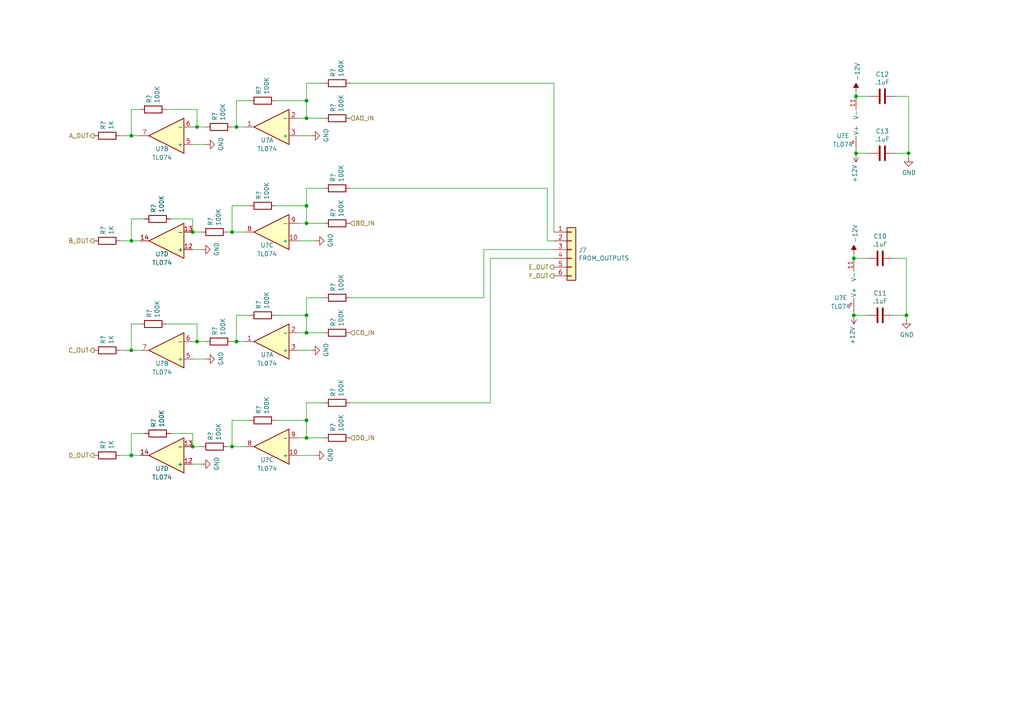
<source format=kicad_sch>
(kicad_sch (version 20230121) (generator eeschema)
  (paper "A4")
  (lib_symbols
    (symbol "Amplifier_Operational:TL074" (pin_names (offset 0.127))
      (property "Reference" "U" (at 0 5.08 0))
      (property "Value" "TL074" (at 0 -5.08 0))
      (symbol "TL074_1_1"
        (polyline (pts (xy -5.08 5.08) (xy 5.08 0) (xy -5.08 -5.08) (xy -5.08 5.08)) (stroke (width 0.254)) (fill (type background)))
        (pin output line (at 7.62 0 180) (length 2.54) (name "~") (number "1"))
        (pin input line (at -7.62 -2.54 0) (length 2.54) (name "-") (number "2"))
        (pin input line (at -7.62 2.54 0) (length 2.54) (name "+") (number "3"))
      )
      (symbol "TL074_2_1"
        (polyline (pts (xy -5.08 5.08) (xy 5.08 0) (xy -5.08 -5.08) (xy -5.08 5.08)) (stroke (width 0.254)) (fill (type background)))
        (pin input line (at -7.62 2.54 0) (length 2.54) (name "+") (number "5"))
        (pin input line (at -7.62 -2.54 0) (length 2.54) (name "-") (number "6"))
        (pin output line (at 7.62 0 180) (length 2.54) (name "~") (number "7"))
      )
      (symbol "TL074_3_1"
        (polyline (pts (xy -5.08 5.08) (xy 5.08 0) (xy -5.08 -5.08) (xy -5.08 5.08)) (stroke (width 0.254)) (fill (type background)))
        (pin input line (at -7.62 2.54 0) (length 2.54) (name "+") (number "10"))
        (pin output line (at 7.62 0 180) (length 2.54) (name "~") (number "8"))
        (pin input line (at -7.62 -2.54 0) (length 2.54) (name "-") (number "9"))
      )
      (symbol "TL074_4_1"
        (polyline (pts (xy -5.08 5.08) (xy 5.08 0) (xy -5.08 -5.08) (xy -5.08 5.08)) (stroke (width 0.254)) (fill (type background)))
        (pin input line (at -7.62 2.54 0) (length 2.54) (name "+") (number "12"))
        (pin input line (at -7.62 -2.54 0) (length 2.54) (name "-") (number "13"))
        (pin output line (at 7.62 0 180) (length 2.54) (name "~") (number "14"))
      )
      (symbol "TL074_5_1"
        (pin power_in line (at -2.54 -7.62 90) (length 3.81) (name "V-") (number "11"))
        (pin power_in line (at -2.54 7.62 270) (length 3.81) (name "V+") (number "4"))
      )
    )
    (symbol "Connector_Generic:Conn_01x06" (pin_names (offset 1.016) hide)
      (property "Reference" "J" (at 0 7.62 0))
      (property "Value" "Conn_01x06" (at 0 -10.16 0))
      (symbol "Conn_01x06_1_1"
        (rectangle (start -1.27 -7.493) (end 0 -7.747) (stroke (width 0.1524)))
        (rectangle (start -1.27 -4.953) (end 0 -5.207) (stroke (width 0.1524)))
        (rectangle (start -1.27 -2.413) (end 0 -2.667) (stroke (width 0.1524)))
        (rectangle (start -1.27 0.127) (end 0 -0.127) (stroke (width 0.1524)))
        (rectangle (start -1.27 2.667) (end 0 2.413) (stroke (width 0.1524)))
        (rectangle (start -1.27 5.207) (end 0 4.953) (stroke (width 0.1524)))
        (rectangle (start -1.27 6.35) (end 1.27 -8.89) (stroke (width 0.254)) (fill (type background)))
        (pin passive line (at -5.08 5.08 0) (length 3.81) (name "Pin_1") (number "1"))
        (pin passive line (at -5.08 2.54 0) (length 3.81) (name "Pin_2") (number "2"))
        (pin passive line (at -5.08 0 0) (length 3.81) (name "Pin_3") (number "3"))
        (pin passive line (at -5.08 -2.54 0) (length 3.81) (name "Pin_4") (number "4"))
        (pin passive line (at -5.08 -5.08 0) (length 3.81) (name "Pin_5") (number "5"))
        (pin passive line (at -5.08 -7.62 0) (length 3.81) (name "Pin_6") (number "6"))
      )
    )
    (symbol "Device:C" (pin_numbers hide) (pin_names (offset 0.254))
      (property "Reference" "C" (at 0.635 2.54 0))
      (property "Value" "C" (at 0.635 -2.54 0))
      (symbol "C_0_1"
        (polyline (pts (xy -2.032 -0.762) (xy 2.032 -0.762)) (stroke (width 0.508)))
        (polyline (pts (xy -2.032 0.762) (xy 2.032 0.762)) (stroke (width 0.508)))
      )
      (symbol "C_1_1"
        (pin passive line (at 0 3.81 270) (length 2.794) (name "~") (number "1"))
        (pin passive line (at 0 -3.81 90) (length 2.794) (name "~") (number "2"))
      )
    )
    (symbol "Device:R" (pin_numbers hide) (pin_names (offset 0))
      (property "Reference" "R" (at 2.032 0 90))
      (property "Value" "R" (at 0 0 90))
      (symbol "R_0_1"
        (rectangle (start -1.016 -2.54) (end 1.016 2.54) (stroke (width 0.254)))
      )
      (symbol "R_1_1"
        (pin passive line (at 0 3.81 270) (length 1.27) (name "~") (number "1"))
        (pin passive line (at 0 -3.81 90) (length 1.27) (name "~") (number "2"))
      )
    )
    (symbol "power:+12V" (power) (pin_names (offset 0))
      (property "Value" "+12V" (at 0 3.556 0))
      (symbol "+12V_0_1"
        (polyline (pts (xy -0.762 1.27) (xy 0 2.54)))
        (polyline (pts (xy 0 0) (xy 0 2.54)))
        (polyline (pts (xy 0 2.54) (xy 0.762 1.27)))
      )
      (symbol "+12V_1_1"
        (pin power_in line (at 0 0 90) (length 0) hide (name "+12V") (number "1"))
      )
    )
    (symbol "power:-12V" (power) (pin_names (offset 0))
      (property "Value" "-12V" (at 0 3.81 0))
      (symbol "-12V_0_0"
        (pin power_in line (at 0 0 90) (length 0) hide (name "-12V") (number "1"))
      )
      (symbol "-12V_0_1"
        (polyline (pts (xy 0 0) (xy 0 1.27) (xy 0.762 1.27) (xy 0 2.54) (xy -0.762 1.27) (xy 0 1.27)) (fill (type outline)))
      )
    )
    (symbol "power:GND" (power) (pin_names (offset 0))
      (property "Value" "GND" (at 0 -3.81 0))
      (symbol "GND_0_1"
        (polyline (pts (xy 0 0) (xy 0 -1.27) (xy 1.27 -1.27) (xy 0 -2.54) (xy -1.27 -1.27) (xy 0 -1.27)))
      )
      (symbol "GND_1_1"
        (pin power_in line (at 0 0 270) (length 0) hide (name "GND") (number "1"))
      )
    )
  )
  (junction (at 88.9 29.21))
  (junction (at 88.9 121.92))
  (junction (at 55.88 67.31))
  (junction (at 68.58 36.83))
  (junction (at 88.9 64.77))
  (junction (at 57.15 36.83))
  (junction (at 68.58 99.06))
  (junction (at 55.88 129.54))
  (junction (at 88.9 34.29))
  (junction (at 38.1 101.6))
  (junction (at 248.285 44.45))
  (junction (at 263.525 44.45))
  (junction (at 262.89 91.44))
  (junction (at 247.65 91.44))
  (junction (at 248.285 27.94))
  (junction (at 88.9 59.69))
  (junction (at 88.9 91.44))
  (junction (at 38.1 132.08))
  (junction (at 67.31 129.54))
  (junction (at 88.9 127))
  (junction (at 38.1 39.37))
  (junction (at 88.9 96.52))
  (junction (at 57.15 99.06))
  (junction (at 247.65 74.93))
  (junction (at 67.31 67.31))
  (junction (at 38.1 69.85))
  (wire (pts (xy 57.15 99.06) (xy 59.69 99.06)))
  (wire (pts (xy 247.65 73.66) (xy 247.65 74.93)))
  (wire (pts (xy 158.75 54.61) (xy 158.75 69.85)))
  (wire (pts (xy 55.88 36.83) (xy 57.15 36.83)))
  (wire (pts (xy 72.39 29.21) (xy 68.58 29.21)))
  (wire (pts (xy 71.12 99.06) (xy 68.58 99.06)))
  (wire (pts (xy 88.9 127) (xy 86.36 127)))
  (wire (pts (xy 88.9 54.61) (xy 88.9 59.69)))
  (wire (pts (xy 86.36 101.6) (xy 90.17 101.6)))
  (wire (pts (xy 72.39 121.92) (xy 67.31 121.92)))
  (wire (pts (xy 88.9 121.92) (xy 88.9 127)))
  (wire (pts (xy 34.925 69.85) (xy 38.1 69.85)))
  (wire (pts (xy 86.36 132.08) (xy 91.44 132.08)))
  (wire (pts (xy 58.42 67.31) (xy 55.88 67.31)))
  (wire (pts (xy 88.9 34.29) (xy 88.9 29.21)))
  (wire (pts (xy 49.53 63.5) (xy 55.88 63.5)))
  (wire (pts (xy 88.9 86.36) (xy 93.98 86.36)))
  (wire (pts (xy 55.88 63.5) (xy 55.88 67.31)))
  (wire (pts (xy 252.095 27.94) (xy 248.285 27.94)))
  (wire (pts (xy 68.58 36.83) (xy 67.31 36.83)))
  (wire (pts (xy 88.9 116.84) (xy 88.9 121.92)))
  (wire (pts (xy 88.9 96.52) (xy 86.36 96.52)))
  (wire (pts (xy 58.42 129.54) (xy 55.88 129.54)))
  (wire (pts (xy 140.335 72.39) (xy 160.655 72.39)))
  (wire (pts (xy 67.31 59.69) (xy 67.31 67.31)))
  (wire (pts (xy 88.9 29.21) (xy 88.9 24.13)))
  (wire (pts (xy 248.285 43.18) (xy 248.285 44.45)))
  (wire (pts (xy 251.46 74.93) (xy 247.65 74.93)))
  (wire (pts (xy 38.1 125.73) (xy 38.1 132.08)))
  (wire (pts (xy 40.64 93.98) (xy 38.1 93.98)))
  (wire (pts (xy 55.88 104.14) (xy 59.69 104.14)))
  (wire (pts (xy 259.08 91.44) (xy 262.89 91.44)))
  (wire (pts (xy 38.1 101.6) (xy 40.64 101.6)))
  (wire (pts (xy 263.525 27.94) (xy 263.525 44.45)))
  (wire (pts (xy 142.24 74.93) (xy 160.655 74.93)))
  (wire (pts (xy 88.9 91.44) (xy 88.9 86.36)))
  (wire (pts (xy 66.04 67.31) (xy 67.31 67.31)))
  (wire (pts (xy 55.88 99.06) (xy 57.15 99.06)))
  (wire (pts (xy 57.15 31.75) (xy 48.26 31.75)))
  (wire (pts (xy 88.9 91.44) (xy 80.01 91.44)))
  (wire (pts (xy 72.39 59.69) (xy 67.31 59.69)))
  (wire (pts (xy 140.335 86.36) (xy 140.335 72.39)))
  (wire (pts (xy 68.58 99.06) (xy 67.31 99.06)))
  (wire (pts (xy 86.36 69.85) (xy 91.44 69.85)))
  (wire (pts (xy 38.1 63.5) (xy 38.1 69.85)))
  (wire (pts (xy 38.1 39.37) (xy 40.64 39.37)))
  (wire (pts (xy 68.58 91.44) (xy 68.58 99.06)))
  (wire (pts (xy 247.65 90.17) (xy 247.65 91.44)))
  (wire (pts (xy 251.46 91.44) (xy 247.65 91.44)))
  (wire (pts (xy 88.9 64.77) (xy 86.36 64.77)))
  (wire (pts (xy 101.6 24.13) (xy 160.655 24.13)))
  (wire (pts (xy 72.39 91.44) (xy 68.58 91.44)))
  (wire (pts (xy 38.1 93.98) (xy 38.1 101.6)))
  (wire (pts (xy 88.9 116.84) (xy 93.98 116.84)))
  (wire (pts (xy 101.6 116.84) (xy 142.24 116.84)))
  (wire (pts (xy 88.9 34.29) (xy 86.36 34.29)))
  (wire (pts (xy 57.15 93.98) (xy 48.26 93.98)))
  (wire (pts (xy 101.6 54.61) (xy 158.75 54.61)))
  (wire (pts (xy 252.095 44.45) (xy 248.285 44.45)))
  (wire (pts (xy 49.53 125.73) (xy 55.88 125.73)))
  (wire (pts (xy 66.04 129.54) (xy 67.31 129.54)))
  (wire (pts (xy 40.64 69.85) (xy 38.1 69.85)))
  (wire (pts (xy 88.9 34.29) (xy 93.98 34.29)))
  (wire (pts (xy 40.64 31.75) (xy 38.1 31.75)))
  (wire (pts (xy 101.6 86.36) (xy 140.335 86.36)))
  (wire (pts (xy 55.88 72.39) (xy 58.42 72.39)))
  (wire (pts (xy 88.9 96.52) (xy 93.98 96.52)))
  (wire (pts (xy 38.1 31.75) (xy 38.1 39.37)))
  (wire (pts (xy 67.31 121.92) (xy 67.31 129.54)))
  (wire (pts (xy 80.01 59.69) (xy 88.9 59.69)))
  (wire (pts (xy 67.31 129.54) (xy 71.12 129.54)))
  (wire (pts (xy 263.525 44.45) (xy 263.525 45.72)))
  (wire (pts (xy 160.655 24.13) (xy 160.655 67.31)))
  (wire (pts (xy 34.925 101.6) (xy 38.1 101.6)))
  (wire (pts (xy 41.91 63.5) (xy 38.1 63.5)))
  (wire (pts (xy 142.24 116.84) (xy 142.24 74.93)))
  (wire (pts (xy 57.15 36.83) (xy 57.15 31.75)))
  (wire (pts (xy 55.88 125.73) (xy 55.88 129.54)))
  (wire (pts (xy 88.9 127) (xy 93.98 127)))
  (wire (pts (xy 40.64 132.08) (xy 38.1 132.08)))
  (wire (pts (xy 67.31 67.31) (xy 71.12 67.31)))
  (wire (pts (xy 248.285 26.67) (xy 248.285 27.94)))
  (wire (pts (xy 88.9 64.77) (xy 93.98 64.77)))
  (wire (pts (xy 68.58 29.21) (xy 68.58 36.83)))
  (wire (pts (xy 34.925 132.08) (xy 38.1 132.08)))
  (wire (pts (xy 262.89 74.93) (xy 262.89 91.44)))
  (wire (pts (xy 259.715 27.94) (xy 263.525 27.94)))
  (wire (pts (xy 88.9 24.13) (xy 93.98 24.13)))
  (wire (pts (xy 88.9 96.52) (xy 88.9 91.44)))
  (wire (pts (xy 80.01 121.92) (xy 88.9 121.92)))
  (wire (pts (xy 55.88 41.91) (xy 59.69 41.91)))
  (wire (pts (xy 57.15 36.83) (xy 59.69 36.83)))
  (wire (pts (xy 259.715 44.45) (xy 263.525 44.45)))
  (wire (pts (xy 158.75 69.85) (xy 160.655 69.85)))
  (wire (pts (xy 88.9 54.61) (xy 93.98 54.61)))
  (wire (pts (xy 71.12 36.83) (xy 68.58 36.83)))
  (wire (pts (xy 88.9 59.69) (xy 88.9 64.77)))
  (wire (pts (xy 262.89 91.44) (xy 262.89 92.71)))
  (wire (pts (xy 34.925 39.37) (xy 38.1 39.37)))
  (wire (pts (xy 88.9 29.21) (xy 80.01 29.21)))
  (wire (pts (xy 259.08 74.93) (xy 262.89 74.93)))
  (wire (pts (xy 41.91 125.73) (xy 38.1 125.73)))
  (wire (pts (xy 86.36 39.37) (xy 90.17 39.37)))
  (wire (pts (xy 57.15 99.06) (xy 57.15 93.98)))
  (wire (pts (xy 55.88 134.62) (xy 58.42 134.62)))
  (hierarchical_label "D_OUT" (shape output) (at 27.305 132.08 180))
  (hierarchical_label "F_OUT" (shape output) (at 160.655 80.01 180))
  (hierarchical_label "C_OUT" (shape output) (at 27.305 101.6 180))
  (hierarchical_label "A_OUT" (shape output) (at 27.305 39.37 180))
  (hierarchical_label "E_OUT" (shape output) (at 160.655 77.47 180))
  (hierarchical_label "BO_IN" (shape input) (at 101.6 64.77 0))
  (hierarchical_label "AO_IN" (shape input) (at 101.6 34.29 0))
  (hierarchical_label "CO_IN" (shape input) (at 101.6 96.52 0))
  (hierarchical_label "B_OUT" (shape output) (at 27.305 69.85 180))
  (hierarchical_label "DO_IN" (shape input) (at 101.6 127 0))
  (symbol (lib_id "Amplifier_Operational:TL074") (at 78.74 36.83 180) (unit 1)
    (property "Reference" "U?" (at 77.47 40.64 0))
    (property "Value" "TL074" (at 77.47 43.18 0))
    (property "Footprint" "Package_DIP:DIP-14_W7.62mm" (effects hide))
    (property "Datasheet" "http://www.ti.com/lit/ds/symlink/tl071.pdf" (effects hide))
    (instances (project "brain" (path "" (reference "U?") (unit 1)) (path "" (reference "U?") (unit 1)) (path "" (reference "U7") (unit 1))))
  )
  (symbol (lib_id "power:GND") (at 90.17 39.37 90) (unit 1)
    (property "Reference" "#PWR?" (effects hide))
    (property "Value" "GND" (at 94.5642 39.243 0))
    (instances (project "brain" (path "" (reference "#PWR?") (unit 1)) (path "" (reference "#PWR?") (unit 1)) (path "" (reference "#PWR049") (unit 1))))
  )
  (symbol (lib_id "Device:R") (at 76.2 29.21 90) (unit 1)
    (property "Reference" "R?" (at 75.0316 27.432 0) (effects (justify left)))
    (property "Value" "100K" (at 77.343 27.432 0) (effects (justify left)))
    (property "Footprint" "Resistor_THT:R_Axial_DIN0207_L6.3mm_D2.5mm_P7.62mm_Horizontal" (effects hide))
    (instances (project "brain" (path "" (reference "R?") (unit 1)) (path "" (reference "R?") (unit 1)) (path "" (reference "R28") (unit 1))))
  )
  (symbol (lib_id "Device:R") (at 63.5 36.83 90) (unit 1)
    (property "Reference" "R?" (at 62.3316 35.052 0) (effects (justify left)))
    (property "Value" "100K" (at 64.643 35.052 0) (effects (justify left)))
    (property "Footprint" "Resistor_THT:R_Axial_DIN0207_L6.3mm_D2.5mm_P7.62mm_Horizontal" (effects hide))
    (instances (project "brain" (path "" (reference "R?") (unit 1)) (path "" (reference "R?") (unit 1)) (path "" (reference "R26") (unit 1))))
  )
  (symbol (lib_id "Amplifier_Operational:TL074") (at 48.26 39.37 180) (unit 2)
    (property "Reference" "U?" (at 46.99 43.18 0))
    (property "Value" "TL074" (at 46.99 45.72 0))
    (property "Footprint" "Package_DIP:DIP-14_W7.62mm" (effects hide))
    (property "Datasheet" "http://www.ti.com/lit/ds/symlink/tl071.pdf" (effects hide))
    (instances (project "brain" (path "" (reference "U?") (unit 2)) (path "" (reference "U?") (unit 2)) (path "" (reference "U7") (unit 2))))
  )
  (symbol (lib_id "power:GND") (at 59.69 41.91 90) (unit 1)
    (property "Reference" "#PWR?" (effects hide))
    (property "Value" "GND" (at 64.0842 41.783 0))
    (instances (project "brain" (path "" (reference "#PWR?") (unit 1)) (path "" (reference "#PWR?") (unit 1)) (path "" (reference "#PWR047") (unit 1))))
  )
  (symbol (lib_id "Device:R") (at 44.45 31.75 90) (unit 1)
    (property "Reference" "R?" (at 43.2816 29.972 0) (effects (justify left)))
    (property "Value" "100K" (at 45.593 29.972 0) (effects (justify left)))
    (property "Footprint" "Resistor_THT:R_Axial_DIN0207_L6.3mm_D2.5mm_P7.62mm_Horizontal" (effects hide))
    (instances (project "brain" (path "" (reference "R?") (unit 1)) (path "" (reference "R?") (unit 1)) (path "" (reference "R20") (unit 1))))
  )
  (symbol (lib_id "Amplifier_Operational:TL074") (at 78.74 67.31 180) (unit 3)
    (property "Reference" "U?" (at 77.47 71.12 0))
    (property "Value" "TL074" (at 77.47 73.66 0))
    (property "Footprint" "Package_DIP:DIP-14_W7.62mm" (effects hide))
    (property "Datasheet" "http://www.ti.com/lit/ds/symlink/tl071.pdf" (effects hide))
    (instances (project "brain" (path "" (reference "U?") (unit 3)) (path "" (reference "U?") (unit 3)) (path "" (reference "U7") (unit 3))))
  )
  (symbol (lib_id "power:GND") (at 91.44 69.85 90) (unit 1)
    (property "Reference" "#PWR?" (effects hide))
    (property "Value" "GND" (at 95.8342 69.723 0))
    (instances (project "brain" (path "" (reference "#PWR?") (unit 1)) (path "" (reference "#PWR?") (unit 1)) (path "" (reference "#PWR051") (unit 1))))
  )
  (symbol (lib_id "Device:R") (at 76.2 59.69 90) (unit 1)
    (property "Reference" "R?" (at 75.0316 57.912 0) (effects (justify left)))
    (property "Value" "100K" (at 77.343 57.912 0) (effects (justify left)))
    (property "Footprint" "Resistor_THT:R_Axial_DIN0207_L6.3mm_D2.5mm_P7.62mm_Horizontal" (effects hide))
    (instances (project "brain" (path "" (reference "R?") (unit 1)) (path "" (reference "R?") (unit 1)) (path "" (reference "R29") (unit 1))))
  )
  (symbol (lib_id "Device:R") (at 62.23 67.31 90) (unit 1)
    (property "Reference" "R?" (at 61.0616 65.532 0) (effects (justify left)))
    (property "Value" "100K" (at 63.373 65.532 0) (effects (justify left)))
    (property "Footprint" "Resistor_THT:R_Axial_DIN0207_L6.3mm_D2.5mm_P7.62mm_Horizontal" (effects hide))
    (instances (project "brain" (path "" (reference "R?") (unit 1)) (path "" (reference "R?") (unit 1)) (path "" (reference "R24") (unit 1))))
  )
  (symbol (lib_id "Amplifier_Operational:TL074") (at 48.26 69.85 180) (unit 4)
    (property "Reference" "U?" (at 46.99 73.66 0))
    (property "Value" "TL074" (at 46.99 76.2 0))
    (property "Footprint" "Package_DIP:DIP-14_W7.62mm" (effects hide))
    (property "Datasheet" "http://www.ti.com/lit/ds/symlink/tl071.pdf" (effects hide))
    (instances (project "brain" (path "" (reference "U?") (unit 4)) (path "" (reference "U?") (unit 4)) (path "" (reference "U7") (unit 4))))
  )
  (symbol (lib_id "power:GND") (at 58.42 72.39 90) (unit 1)
    (property "Reference" "#PWR?" (effects hide))
    (property "Value" "GND" (at 62.8142 72.263 0))
    (instances (project "brain" (path "" (reference "#PWR?") (unit 1)) (path "" (reference "#PWR?") (unit 1)) (path "" (reference "#PWR045") (unit 1))))
  )
  (symbol (lib_id "Device:R") (at 45.72 63.5 90) (unit 1)
    (property "Reference" "R?" (at 44.5516 61.722 0) (effects (justify left)))
    (property "Value" "100K" (at 46.863 61.722 0) (effects (justify left)))
    (property "Footprint" "Resistor_THT:R_Axial_DIN0207_L6.3mm_D2.5mm_P7.62mm_Horizontal" (effects hide))
    (instances (project "brain" (path "" (reference "R?") (unit 1)) (path "" (reference "R?") (unit 1)) (path "" (reference "R22") (unit 1))))
  )
  (symbol (lib_id "Amplifier_Operational:TL074") (at 245.745 35.56 180) (unit 5)
    (property "Reference" "U?" (at 244.475 39.37 0))
    (property "Value" "TL074" (at 244.475 41.91 0))
    (property "Footprint" "Package_DIP:DIP-14_W7.62mm" (effects hide))
    (property "Datasheet" "http://www.ti.com/lit/ds/symlink/tl071.pdf" (effects hide))
    (instances (project "brain" (path "" (reference "U?") (unit 5)) (path "" (reference "U?") (unit 5)) (path "" (reference "U8") (unit 5))))
  )
  (symbol (lib_id "power:+12V") (at 248.285 44.45 180) (unit 1)
    (property "Reference" "#PWR?" (effects hide))
    (property "Value" "+12V" (at 247.904 47.7012 90) (effects (justify left)))
    (instances (project "brain" (path "" (reference "#PWR?") (unit 1)) (path "" (reference "#PWR?") (unit 1)) (path "" (reference "#PWR056") (unit 1))))
  )
  (symbol (lib_id "power:-12V") (at 248.285 26.67 0) (unit 1)
    (property "Reference" "#PWR?" (effects hide))
    (property "Value" "-12V" (at 248.666 23.4188 90) (effects (justify left)))
    (instances (project "brain" (path "" (reference "#PWR?") (unit 1)) (path "" (reference "#PWR?") (unit 1)) (path "" (reference "#PWR055") (unit 1))))
  )
  (symbol (lib_id "Device:C") (at 255.905 27.94 270) (unit 1)
    (property "Reference" "C12" (at 255.905 21.5392 90))
    (property "Value" ".1uF" (at 255.905 23.8506 90))
    (property "Footprint" "Capacitor_THT:C_Disc_D3.0mm_W1.6mm_P2.50mm" (effects hide))
    (instances (project "brain" (path "" (reference "C12") (unit 1)) (path "" (reference "C?") (unit 1))))
  )
  (symbol (lib_id "power:GND") (at 263.525 45.72 0) (unit 1)
    (property "Reference" "#PWR?" (effects hide))
    (property "Value" "GND" (at 263.652 50.1142 0))
    (instances (project "brain" (path "" (reference "#PWR?") (unit 1)) (path "" (reference "#PWR?") (unit 1)) (path "" (reference "#PWR058") (unit 1))))
  )
  (symbol (lib_id "Device:C") (at 255.905 44.45 270) (unit 1)
    (property "Reference" "C13" (at 255.905 38.0492 90))
    (property "Value" ".1uF" (at 255.905 40.3606 90))
    (property "Footprint" "Capacitor_THT:C_Disc_D3.0mm_W1.6mm_P2.50mm" (effects hide))
    (instances (project "brain" (path "" (reference "C13") (unit 1)) (path "" (reference "C?") (unit 1))))
  )
  (symbol (lib_id "Device:R") (at 97.79 24.13 90) (unit 1)
    (property "Reference" "R?" (at 96.6216 22.352 0) (effects (justify left)))
    (property "Value" "100K" (at 98.933 22.352 0) (effects (justify left)))
    (property "Footprint" "Resistor_THT:R_Axial_DIN0207_L6.3mm_D2.5mm_P7.62mm_Horizontal" (effects hide))
    (instances (project "brain" (path "" (reference "R?") (unit 1)) (path "" (reference "R?") (unit 1)) (path "" (reference "R32") (unit 1))))
  )
  (symbol (lib_id "Device:R") (at 97.79 34.29 90) (unit 1)
    (property "Reference" "R?" (at 96.6216 32.512 0) (effects (justify left)))
    (property "Value" "100K" (at 98.933 32.512 0) (effects (justify left)))
    (property "Footprint" "Resistor_THT:R_Axial_DIN0207_L6.3mm_D2.5mm_P7.62mm_Horizontal" (effects hide))
    (instances (project "brain" (path "" (reference "R?") (unit 1)) (path "" (reference "R?") (unit 1)) (path "" (reference "R33") (unit 1))))
  )
  (symbol (lib_id "Device:R") (at 97.79 54.61 90) (unit 1)
    (property "Reference" "R?" (at 96.6216 52.832 0) (effects (justify left)))
    (property "Value" "100K" (at 98.933 52.832 0) (effects (justify left)))
    (property "Footprint" "Resistor_THT:R_Axial_DIN0207_L6.3mm_D2.5mm_P7.62mm_Horizontal" (effects hide))
    (instances (project "brain" (path "" (reference "R?") (unit 1)) (path "" (reference "R?") (unit 1)) (path "" (reference "R34") (unit 1))))
  )
  (symbol (lib_id "Device:R") (at 97.79 64.77 90) (unit 1)
    (property "Reference" "R?" (at 96.6216 62.992 0) (effects (justify left)))
    (property "Value" "100K" (at 98.933 62.992 0) (effects (justify left)))
    (property "Footprint" "Resistor_THT:R_Axial_DIN0207_L6.3mm_D2.5mm_P7.62mm_Horizontal" (effects hide))
    (instances (project "brain" (path "" (reference "R?") (unit 1)) (path "" (reference "R?") (unit 1)) (path "" (reference "R35") (unit 1))))
  )
  (symbol (lib_id "Device:R") (at 31.115 39.37 90) (unit 1)
    (property "Reference" "R?" (at 29.9466 37.592 0) (effects (justify left)))
    (property "Value" "1K" (at 32.258 37.592 0) (effects (justify left)))
    (property "Footprint" "Resistor_THT:R_Axial_DIN0207_L6.3mm_D2.5mm_P7.62mm_Horizontal" (effects hide))
    (instances (project "brain" (path "" (reference "R?") (unit 1)) (path "" (reference "R?") (unit 1)) (path "" (reference "R16") (unit 1))))
  )
  (symbol (lib_id "Device:R") (at 31.115 69.85 90) (unit 1)
    (property "Reference" "R?" (at 29.9466 68.072 0) (effects (justify left)))
    (property "Value" "1K" (at 32.258 68.072 0) (effects (justify left)))
    (property "Footprint" "Resistor_THT:R_Axial_DIN0207_L6.3mm_D2.5mm_P7.62mm_Horizontal" (effects hide))
    (instances (project "brain" (path "" (reference "R?") (unit 1)) (path "" (reference "R?") (unit 1)) (path "" (reference "R17") (unit 1))))
  )
  (symbol (lib_id "Amplifier_Operational:TL074") (at 78.74 99.06 180) (unit 1)
    (property "Reference" "U?" (at 77.47 102.87 0))
    (property "Value" "TL074" (at 77.47 105.41 0))
    (property "Footprint" "Package_DIP:DIP-14_W7.62mm" (effects hide))
    (property "Datasheet" "http://www.ti.com/lit/ds/symlink/tl071.pdf" (effects hide))
    (instances (project "brain" (path "" (reference "U?") (unit 1)) (path "" (reference "U?") (unit 1)) (path "" (reference "U8") (unit 1))))
  )
  (symbol (lib_id "power:GND") (at 90.17 101.6 90) (unit 1)
    (property "Reference" "#PWR?" (effects hide))
    (property "Value" "GND" (at 94.5642 101.473 0))
    (instances (project "brain" (path "" (reference "#PWR?") (unit 1)) (path "" (reference "#PWR?") (unit 1)) (path "" (reference "#PWR050") (unit 1))))
  )
  (symbol (lib_id "Device:R") (at 76.2 91.44 90) (unit 1)
    (property "Reference" "R?" (at 75.0316 89.662 0) (effects (justify left)))
    (property "Value" "100K" (at 77.343 89.662 0) (effects (justify left)))
    (property "Footprint" "Resistor_THT:R_Axial_DIN0207_L6.3mm_D2.5mm_P7.62mm_Horizontal" (effects hide))
    (instances (project "brain" (path "" (reference "R?") (unit 1)) (path "" (reference "R?") (unit 1)) (path "" (reference "R30") (unit 1))))
  )
  (symbol (lib_id "Device:R") (at 63.5 99.06 90) (unit 1)
    (property "Reference" "R?" (at 62.3316 97.282 0) (effects (justify left)))
    (property "Value" "100K" (at 64.643 97.282 0) (effects (justify left)))
    (property "Footprint" "Resistor_THT:R_Axial_DIN0207_L6.3mm_D2.5mm_P7.62mm_Horizontal" (effects hide))
    (instances (project "brain" (path "" (reference "R?") (unit 1)) (path "" (reference "R?") (unit 1)) (path "" (reference "R27") (unit 1))))
  )
  (symbol (lib_id "Amplifier_Operational:TL074") (at 48.26 101.6 180) (unit 2)
    (property "Reference" "U?" (at 46.99 105.41 0))
    (property "Value" "TL074" (at 46.99 107.95 0))
    (property "Footprint" "Package_DIP:DIP-14_W7.62mm" (effects hide))
    (property "Datasheet" "http://www.ti.com/lit/ds/symlink/tl071.pdf" (effects hide))
    (instances (project "brain" (path "" (reference "U?") (unit 2)) (path "" (reference "U?") (unit 2)) (path "" (reference "U8") (unit 2))))
  )
  (symbol (lib_id "power:GND") (at 59.69 104.14 90) (unit 1)
    (property "Reference" "#PWR?" (effects hide))
    (property "Value" "GND" (at 64.0842 104.013 0))
    (instances (project "brain" (path "" (reference "#PWR?") (unit 1)) (path "" (reference "#PWR?") (unit 1)) (path "" (reference "#PWR048") (unit 1))))
  )
  (symbol (lib_id "Device:R") (at 44.45 93.98 90) (unit 1)
    (property "Reference" "R?" (at 43.2816 92.202 0) (effects (justify left)))
    (property "Value" "100K" (at 45.593 92.202 0) (effects (justify left)))
    (property "Footprint" "Resistor_THT:R_Axial_DIN0207_L6.3mm_D2.5mm_P7.62mm_Horizontal" (effects hide))
    (instances (project "brain" (path "" (reference "R?") (unit 1)) (path "" (reference "R?") (unit 1)) (path "" (reference "R21") (unit 1))))
  )
  (symbol (lib_id "Amplifier_Operational:TL074") (at 78.74 129.54 180) (unit 3)
    (property "Reference" "U?" (at 77.47 133.35 0))
    (property "Value" "TL074" (at 77.47 135.89 0))
    (property "Footprint" "Package_DIP:DIP-14_W7.62mm" (effects hide))
    (property "Datasheet" "http://www.ti.com/lit/ds/symlink/tl071.pdf" (effects hide))
    (instances (project "brain" (path "" (reference "U?") (unit 3)) (path "" (reference "U?") (unit 3)) (path "" (reference "U8") (unit 3))))
  )
  (symbol (lib_id "power:GND") (at 91.44 132.08 90) (unit 1)
    (property "Reference" "#PWR?" (effects hide))
    (property "Value" "GND" (at 95.8342 131.953 0))
    (instances (project "brain" (path "" (reference "#PWR?") (unit 1)) (path "" (reference "#PWR?") (unit 1)) (path "" (reference "#PWR052") (unit 1))))
  )
  (symbol (lib_id "Device:R") (at 76.2 121.92 90) (unit 1)
    (property "Reference" "R?" (at 75.0316 120.142 0) (effects (justify left)))
    (property "Value" "100K" (at 77.343 120.142 0) (effects (justify left)))
    (property "Footprint" "Resistor_THT:R_Axial_DIN0207_L6.3mm_D2.5mm_P7.62mm_Horizontal" (effects hide))
    (instances (project "brain" (path "" (reference "R?") (unit 1)) (path "" (reference "R?") (unit 1)) (path "" (reference "R31") (unit 1))))
  )
  (symbol (lib_id "Device:R") (at 62.23 129.54 90) (unit 1)
    (property "Reference" "R?" (at 61.0616 127.762 0) (effects (justify left)))
    (property "Value" "100K" (at 63.373 127.762 0) (effects (justify left)))
    (property "Footprint" "Resistor_THT:R_Axial_DIN0207_L6.3mm_D2.5mm_P7.62mm_Horizontal" (effects hide))
    (instances (project "brain" (path "" (reference "R?") (unit 1)) (path "" (reference "R?") (unit 1)) (path "" (reference "R25") (unit 1))))
  )
  (symbol (lib_id "Amplifier_Operational:TL074") (at 48.26 132.08 180) (unit 4)
    (property "Reference" "U?" (at 46.99 135.89 0))
    (property "Value" "TL074" (at 46.99 138.43 0))
    (property "Footprint" "Package_DIP:DIP-14_W7.62mm" (effects hide))
    (property "Datasheet" "http://www.ti.com/lit/ds/symlink/tl071.pdf" (effects hide))
    (instances (project "brain" (path "" (reference "U?") (unit 4)) (path "" (reference "U?") (unit 4)) (path "" (reference "U8") (unit 4))))
  )
  (symbol (lib_id "power:GND") (at 58.42 134.62 90) (unit 1)
    (property "Reference" "#PWR?" (effects hide))
    (property "Value" "GND" (at 62.8142 134.493 0))
    (instances (project "brain" (path "" (reference "#PWR?") (unit 1)) (path "" (reference "#PWR?") (unit 1)) (path "" (reference "#PWR046") (unit 1))))
  )
  (symbol (lib_id "Device:R") (at 45.72 125.73 90) (unit 1)
    (property "Reference" "R?" (at 44.5516 123.952 0) (effects (justify left)))
    (property "Value" "100K" (at 46.863 123.952 0) (effects (justify left)))
    (property "Footprint" "Resistor_THT:R_Axial_DIN0207_L6.3mm_D2.5mm_P7.62mm_Horizontal" (effects hide))
    (instances (project "brain" (path "" (reference "R?") (unit 1)) (path "" (reference "R?") (unit 1)) (path "" (reference "R23") (unit 1))))
  )
  (symbol (lib_id "Device:R") (at 97.79 86.36 90) (unit 1)
    (property "Reference" "R?" (at 96.6216 84.582 0) (effects (justify left)))
    (property "Value" "100K" (at 98.933 84.582 0) (effects (justify left)))
    (property "Footprint" "Resistor_THT:R_Axial_DIN0207_L6.3mm_D2.5mm_P7.62mm_Horizontal" (effects hide))
    (instances (project "brain" (path "" (reference "R?") (unit 1)) (path "" (reference "R?") (unit 1)) (path "" (reference "R36") (unit 1))))
  )
  (symbol (lib_id "Device:R") (at 97.79 96.52 90) (unit 1)
    (property "Reference" "R?" (at 96.6216 94.742 0) (effects (justify left)))
    (property "Value" "100K" (at 98.933 94.742 0) (effects (justify left)))
    (property "Footprint" "Resistor_THT:R_Axial_DIN0207_L6.3mm_D2.5mm_P7.62mm_Horizontal" (effects hide))
    (instances (project "brain" (path "" (reference "R?") (unit 1)) (path "" (reference "R?") (unit 1)) (path "" (reference "R37") (unit 1))))
  )
  (symbol (lib_id "Device:R") (at 97.79 116.84 90) (unit 1)
    (property "Reference" "R?" (at 96.6216 115.062 0) (effects (justify left)))
    (property "Value" "100K" (at 98.933 115.062 0) (effects (justify left)))
    (property "Footprint" "Resistor_THT:R_Axial_DIN0207_L6.3mm_D2.5mm_P7.62mm_Horizontal" (effects hide))
    (instances (project "brain" (path "" (reference "R?") (unit 1)) (path "" (reference "R?") (unit 1)) (path "" (reference "R38") (unit 1))))
  )
  (symbol (lib_id "Device:R") (at 97.79 127 90) (unit 1)
    (property "Reference" "R?" (at 96.6216 125.222 0) (effects (justify left)))
    (property "Value" "100K" (at 98.933 125.222 0) (effects (justify left)))
    (property "Footprint" "Resistor_THT:R_Axial_DIN0207_L6.3mm_D2.5mm_P7.62mm_Horizontal" (effects hide))
    (instances (project "brain" (path "" (reference "R?") (unit 1)) (path "" (reference "R?") (unit 1)) (path "" (reference "R39") (unit 1))))
  )
  (symbol (lib_id "Device:R") (at 31.115 101.6 90) (unit 1)
    (property "Reference" "R?" (at 29.9466 99.822 0) (effects (justify left)))
    (property "Value" "1K" (at 32.258 99.822 0) (effects (justify left)))
    (property "Footprint" "Resistor_THT:R_Axial_DIN0207_L6.3mm_D2.5mm_P7.62mm_Horizontal" (effects hide))
    (instances (project "brain" (path "" (reference "R?") (unit 1)) (path "" (reference "R?") (unit 1)) (path "" (reference "R18") (unit 1))))
  )
  (symbol (lib_id "Device:R") (at 31.115 132.08 90) (unit 1)
    (property "Reference" "R?" (at 29.9466 130.302 0) (effects (justify left)))
    (property "Value" "1K" (at 32.258 130.302 0) (effects (justify left)))
    (property "Footprint" "Resistor_THT:R_Axial_DIN0207_L6.3mm_D2.5mm_P7.62mm_Horizontal" (effects hide))
    (instances (project "brain" (path "" (reference "R?") (unit 1)) (path "" (reference "R?") (unit 1)) (path "" (reference "R19") (unit 1))))
  )
  (symbol (lib_id "Amplifier_Operational:TL074") (at 245.11 82.55 180) (unit 5)
    (property "Reference" "U?" (at 243.84 86.36 0))
    (property "Value" "TL074" (at 243.84 88.9 0))
    (property "Footprint" "Package_DIP:DIP-14_W7.62mm" (effects hide))
    (property "Datasheet" "http://www.ti.com/lit/ds/symlink/tl071.pdf" (effects hide))
    (instances (project "brain" (path "" (reference "U?") (unit 5)) (path "" (reference "U?") (unit 5)) (path "" (reference "U7") (unit 5))))
  )
  (symbol (lib_id "power:+12V") (at 247.65 91.44 180) (unit 1)
    (property "Reference" "#PWR?" (effects hide))
    (property "Value" "+12V" (at 247.269 94.6912 90) (effects (justify left)))
    (instances (project "brain" (path "" (reference "#PWR?") (unit 1)) (path "" (reference "#PWR?") (unit 1)) (path "" (reference "#PWR054") (unit 1))))
  )
  (symbol (lib_id "power:-12V") (at 247.65 73.66 0) (unit 1)
    (property "Reference" "#PWR?" (effects hide))
    (property "Value" "-12V" (at 248.031 70.4088 90) (effects (justify left)))
    (instances (project "brain" (path "" (reference "#PWR?") (unit 1)) (path "" (reference "#PWR?") (unit 1)) (path "" (reference "#PWR053") (unit 1))))
  )
  (symbol (lib_id "Device:C") (at 255.27 74.93 270) (unit 1)
    (property "Reference" "C10" (at 255.27 68.5292 90))
    (property "Value" ".1uF" (at 255.27 70.8406 90))
    (property "Footprint" "Capacitor_THT:C_Disc_D3.0mm_W1.6mm_P2.50mm" (effects hide))
    (instances (project "brain" (path "" (reference "C10") (unit 1)) (path "" (reference "C?") (unit 1))))
  )
  (symbol (lib_id "power:GND") (at 262.89 92.71 0) (unit 1)
    (property "Reference" "#PWR?" (effects hide))
    (property "Value" "GND" (at 263.017 97.1042 0))
    (instances (project "brain" (path "" (reference "#PWR?") (unit 1)) (path "" (reference "#PWR?") (unit 1)) (path "" (reference "#PWR057") (unit 1))))
  )
  (symbol (lib_id "Device:C") (at 255.27 91.44 270) (unit 1)
    (property "Reference" "C11" (at 255.27 85.0392 90))
    (property "Value" ".1uF" (at 255.27 87.3506 90))
    (property "Footprint" "Capacitor_THT:C_Disc_D3.0mm_W1.6mm_P2.50mm" (effects hide))
    (instances (project "brain" (path "" (reference "C11") (unit 1)) (path "" (reference "C?") (unit 1))))
  )
  (symbol (lib_id "Connector_Generic:Conn_01x06") (at 165.735 72.39 0) (unit 1)
    (property "Reference" "J7" (at 167.767 72.5932 0) (effects (justify left)))
    (property "Value" "FROM_OUTPUTS" (at 167.767 74.9046 0) (effects (justify left)))
    (property "Footprint" "Connector_PinHeader_2.54mm:PinHeader_1x06_P2.54mm_Vertical" (effects hide))
  )
)
</source>
